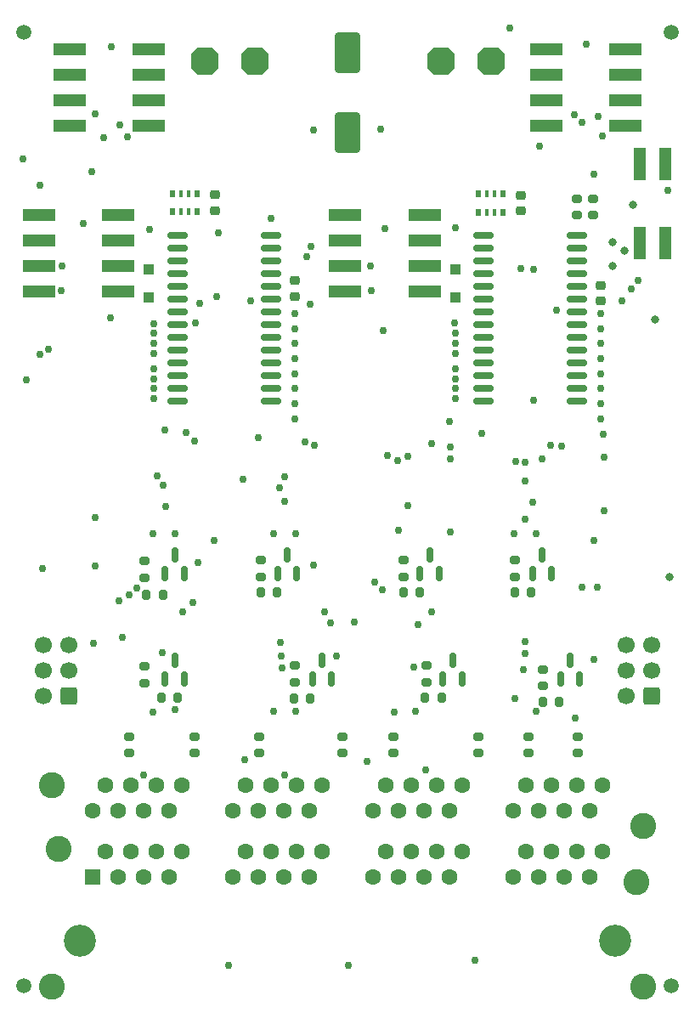
<source format=gbr>
%TF.GenerationSoftware,KiCad,Pcbnew,(6.0.0)*%
%TF.CreationDate,2022-08-06T01:14:48-04:00*%
%TF.ProjectId,security module,73656375-7269-4747-9920-6d6f64756c65,rev?*%
%TF.SameCoordinates,Original*%
%TF.FileFunction,Soldermask,Top*%
%TF.FilePolarity,Negative*%
%FSLAX46Y46*%
G04 Gerber Fmt 4.6, Leading zero omitted, Abs format (unit mm)*
G04 Created by KiCad (PCBNEW (6.0.0)) date 2022-08-06 01:14:48*
%MOMM*%
%LPD*%
G01*
G04 APERTURE LIST*
G04 Aperture macros list*
%AMRoundRect*
0 Rectangle with rounded corners*
0 $1 Rounding radius*
0 $2 $3 $4 $5 $6 $7 $8 $9 X,Y pos of 4 corners*
0 Add a 4 corners polygon primitive as box body*
4,1,4,$2,$3,$4,$5,$6,$7,$8,$9,$2,$3,0*
0 Add four circle primitives for the rounded corners*
1,1,$1+$1,$2,$3*
1,1,$1+$1,$4,$5*
1,1,$1+$1,$6,$7*
1,1,$1+$1,$8,$9*
0 Add four rect primitives between the rounded corners*
20,1,$1+$1,$2,$3,$4,$5,0*
20,1,$1+$1,$4,$5,$6,$7,0*
20,1,$1+$1,$6,$7,$8,$9,0*
20,1,$1+$1,$8,$9,$2,$3,0*%
%AMFreePoly0*
4,1,25,0.694719,1.352196,0.706842,1.341842,1.341842,0.706842,1.370349,0.650894,1.371600,0.635000,1.371600,-0.635000,1.352196,-0.694719,1.341842,-0.706842,0.706842,-1.341842,0.650894,-1.370349,0.635000,-1.371600,-0.635000,-1.371600,-0.694719,-1.352196,-0.706842,-1.341842,-1.341842,-0.706842,-1.370349,-0.650894,-1.371600,-0.635000,-1.371600,0.635000,-1.352196,0.694719,-1.341842,0.706842,
-0.706842,1.341842,-0.650894,1.370349,-0.635000,1.371600,0.635000,1.371600,0.694719,1.352196,0.694719,1.352196,$1*%
G04 Aperture macros list end*
%ADD10RoundRect,0.250000X0.600000X0.600000X-0.600000X0.600000X-0.600000X-0.600000X0.600000X-0.600000X0*%
%ADD11C,1.700000*%
%ADD12R,3.300000X1.200000*%
%ADD13RoundRect,0.200000X-0.275000X0.200000X-0.275000X-0.200000X0.275000X-0.200000X0.275000X0.200000X0*%
%ADD14RoundRect,0.150000X0.875000X0.150000X-0.875000X0.150000X-0.875000X-0.150000X0.875000X-0.150000X0*%
%ADD15FreePoly0,180.000000*%
%ADD16RoundRect,0.150000X0.150000X-0.587500X0.150000X0.587500X-0.150000X0.587500X-0.150000X-0.587500X0*%
%ADD17RoundRect,0.225000X0.250000X-0.225000X0.250000X0.225000X-0.250000X0.225000X-0.250000X-0.225000X0*%
%ADD18R,0.500000X0.800000*%
%ADD19R,0.400000X0.800000*%
%ADD20RoundRect,0.200000X0.200000X0.275000X-0.200000X0.275000X-0.200000X-0.275000X0.200000X-0.275000X0*%
%ADD21RoundRect,0.200000X0.275000X-0.200000X0.275000X0.200000X-0.275000X0.200000X-0.275000X-0.200000X0*%
%ADD22C,1.500000*%
%ADD23R,1.200000X3.300000*%
%ADD24RoundRect,0.250000X-1.000000X1.750000X-1.000000X-1.750000X1.000000X-1.750000X1.000000X1.750000X0*%
%ADD25RoundRect,0.225000X-0.250000X0.225000X-0.250000X-0.225000X0.250000X-0.225000X0.250000X0.225000X0*%
%ADD26C,3.200000*%
%ADD27RoundRect,0.101600X-0.700000X-0.700000X0.700000X-0.700000X0.700000X0.700000X-0.700000X0.700000X0*%
%ADD28C,1.603200*%
%ADD29C,2.603200*%
%ADD30R,1.100000X1.100000*%
%ADD31C,0.756400*%
%ADD32C,0.800000*%
G04 APERTURE END LIST*
D10*
%TO.C,J1*%
X85050000Y-88600000D03*
D11*
X82510000Y-88600000D03*
X85050000Y-86060000D03*
X82510000Y-86060000D03*
X85050000Y-83520000D03*
X82510000Y-83520000D03*
%TD*%
D12*
%TO.C,SW2*%
X62400000Y-48310000D03*
X62400000Y-45770000D03*
X62400000Y-43230000D03*
X62400000Y-40690000D03*
X54500000Y-40690000D03*
X54500000Y-43230000D03*
X54500000Y-45770000D03*
X54500000Y-48310000D03*
%TD*%
D13*
%TO.C,R25*%
X74200000Y-85975000D03*
X74200000Y-87625000D03*
%TD*%
D14*
%TO.C,U2*%
X77600000Y-59255000D03*
X77600000Y-57985000D03*
X77600000Y-56715000D03*
X77600000Y-55445000D03*
X77600000Y-54175000D03*
X77600000Y-52905000D03*
X77600000Y-51635000D03*
X77600000Y-50365000D03*
X77600000Y-49095000D03*
X77600000Y-47825000D03*
X77600000Y-46555000D03*
X77600000Y-45285000D03*
X77600000Y-44015000D03*
X77600000Y-42745000D03*
X68300000Y-42745000D03*
X68300000Y-44015000D03*
X68300000Y-45285000D03*
X68300000Y-46555000D03*
X68300000Y-47825000D03*
X68300000Y-49095000D03*
X68300000Y-50365000D03*
X68300000Y-51635000D03*
X68300000Y-52905000D03*
X68300000Y-54175000D03*
X68300000Y-55445000D03*
X68300000Y-56715000D03*
X68300000Y-57985000D03*
X68300000Y-59255000D03*
%TD*%
D15*
%TO.C,J4*%
X69000000Y-25400000D03*
X64000000Y-25400000D03*
%TD*%
D10*
%TO.C,J2*%
X26950000Y-88600000D03*
D11*
X24410000Y-88600000D03*
X26950000Y-86060000D03*
X24410000Y-86060000D03*
X26950000Y-83520000D03*
X24410000Y-83520000D03*
%TD*%
D16*
%TO.C,Q5*%
X61950000Y-76437500D03*
X63850000Y-76437500D03*
X62900000Y-74562500D03*
%TD*%
D13*
%TO.C,TH6*%
X67800000Y-92675000D03*
X67800000Y-94325000D03*
%TD*%
%TO.C,R31*%
X71400000Y-75075000D03*
X71400000Y-76725000D03*
%TD*%
D17*
%TO.C,C1*%
X41500000Y-40225000D03*
X41500000Y-38675000D03*
%TD*%
D13*
%TO.C,TH2*%
X39500000Y-92675000D03*
X39500000Y-94325000D03*
%TD*%
%TO.C,R29*%
X60300000Y-75075000D03*
X60300000Y-76725000D03*
%TD*%
D18*
%TO.C,RN1*%
X39700000Y-38550000D03*
D19*
X38900000Y-38550000D03*
X38100000Y-38550000D03*
D18*
X37300000Y-38550000D03*
X37300000Y-40350000D03*
D19*
X38100000Y-40350000D03*
X38900000Y-40350000D03*
D18*
X39700000Y-40350000D03*
%TD*%
D13*
%TO.C,TH4*%
X54200000Y-92675000D03*
X54200000Y-94325000D03*
%TD*%
D20*
%TO.C,R32*%
X73025000Y-78300000D03*
X71375000Y-78300000D03*
%TD*%
D13*
%TO.C,R21*%
X49500000Y-85575000D03*
X49500000Y-87225000D03*
%TD*%
D17*
%TO.C,C2*%
X72000000Y-40275000D03*
X72000000Y-38725000D03*
%TD*%
D13*
%TO.C,R33*%
X79200000Y-39080000D03*
X79200000Y-40730000D03*
%TD*%
D16*
%TO.C,Q6*%
X64250000Y-86937500D03*
X66150000Y-86937500D03*
X65200000Y-85062500D03*
%TD*%
D21*
%TO.C,TH5*%
X59300000Y-94325000D03*
X59300000Y-92675000D03*
%TD*%
D16*
%TO.C,Q2*%
X36550000Y-86937500D03*
X38450000Y-86937500D03*
X37500000Y-85062500D03*
%TD*%
D20*
%TO.C,R24*%
X64125000Y-88800000D03*
X62475000Y-88800000D03*
%TD*%
D22*
%TO.C,FID3*%
X87000000Y-117500000D03*
%TD*%
D20*
%TO.C,R2*%
X36325000Y-78500000D03*
X34675000Y-78500000D03*
%TD*%
%TO.C,R26*%
X75825000Y-89200000D03*
X74175000Y-89200000D03*
%TD*%
D23*
%TO.C,SW5*%
X86360000Y-35620000D03*
X83820000Y-35620000D03*
X83820000Y-43520000D03*
X86360000Y-43520000D03*
%TD*%
D24*
%TO.C,C5*%
X54750000Y-24500000D03*
X54750000Y-32500000D03*
%TD*%
D16*
%TO.C,Q4*%
X51250000Y-86937500D03*
X53150000Y-86937500D03*
X52200000Y-85062500D03*
%TD*%
D20*
%TO.C,R22*%
X51025000Y-88900000D03*
X49375000Y-88900000D03*
%TD*%
D12*
%TO.C,SW3*%
X74550000Y-24190000D03*
X74550000Y-26730000D03*
X74550000Y-29270000D03*
X74550000Y-31810000D03*
X82450000Y-31810000D03*
X82450000Y-29270000D03*
X82450000Y-26730000D03*
X82450000Y-24190000D03*
%TD*%
D21*
%TO.C,TH1*%
X33000000Y-94325000D03*
X33000000Y-92675000D03*
%TD*%
D13*
%TO.C,TH8*%
X77700000Y-92675000D03*
X77700000Y-94325000D03*
%TD*%
D20*
%TO.C,R30*%
X61925000Y-78300000D03*
X60275000Y-78300000D03*
%TD*%
D21*
%TO.C,TH7*%
X72800000Y-94325000D03*
X72800000Y-92675000D03*
%TD*%
D14*
%TO.C,U1*%
X47100000Y-59255000D03*
X47100000Y-57985000D03*
X47100000Y-56715000D03*
X47100000Y-55445000D03*
X47100000Y-54175000D03*
X47100000Y-52905000D03*
X47100000Y-51635000D03*
X47100000Y-50365000D03*
X47100000Y-49095000D03*
X47100000Y-47825000D03*
X47100000Y-46555000D03*
X47100000Y-45285000D03*
X47100000Y-44015000D03*
X47100000Y-42745000D03*
X37800000Y-42745000D03*
X37800000Y-44015000D03*
X37800000Y-45285000D03*
X37800000Y-46555000D03*
X37800000Y-47825000D03*
X37800000Y-49095000D03*
X37800000Y-50365000D03*
X37800000Y-51635000D03*
X37800000Y-52905000D03*
X37800000Y-54175000D03*
X37800000Y-55445000D03*
X37800000Y-56715000D03*
X37800000Y-57985000D03*
X37800000Y-59255000D03*
%TD*%
D18*
%TO.C,RN2*%
X70200000Y-38600000D03*
D19*
X69400000Y-38600000D03*
X68600000Y-38600000D03*
D18*
X67800000Y-38600000D03*
X67800000Y-40400000D03*
D19*
X68600000Y-40400000D03*
X69400000Y-40400000D03*
D18*
X70200000Y-40400000D03*
%TD*%
D25*
%TO.C,C4*%
X79950000Y-47725000D03*
X79950000Y-49275000D03*
%TD*%
D13*
%TO.C,R27*%
X46100000Y-75075000D03*
X46100000Y-76725000D03*
%TD*%
D16*
%TO.C,Q3*%
X47750000Y-76437500D03*
X49650000Y-76437500D03*
X48700000Y-74562500D03*
%TD*%
D13*
%TO.C,R1*%
X34500000Y-75175000D03*
X34500000Y-76825000D03*
%TD*%
D21*
%TO.C,TH3*%
X45900000Y-94325000D03*
X45900000Y-92675000D03*
%TD*%
D16*
%TO.C,Q1*%
X36550000Y-76437500D03*
X38450000Y-76437500D03*
X37500000Y-74562500D03*
%TD*%
D20*
%TO.C,R28*%
X47725000Y-78300000D03*
X46075000Y-78300000D03*
%TD*%
D22*
%TO.C,FID2*%
X87000000Y-22500000D03*
%TD*%
D13*
%TO.C,R23*%
X62600000Y-85575000D03*
X62600000Y-87225000D03*
%TD*%
D16*
%TO.C,Q7*%
X73150000Y-76437500D03*
X75050000Y-76437500D03*
X74100000Y-74562500D03*
%TD*%
D13*
%TO.C,R19*%
X34500000Y-85675000D03*
X34500000Y-87325000D03*
%TD*%
D20*
%TO.C,R20*%
X37825000Y-88800000D03*
X36175000Y-88800000D03*
%TD*%
D22*
%TO.C,FID1*%
X22500000Y-22500000D03*
%TD*%
D13*
%TO.C,R34*%
X77630000Y-39080000D03*
X77630000Y-40730000D03*
%TD*%
D15*
%TO.C,J3*%
X45500000Y-25400000D03*
X40500000Y-25400000D03*
%TD*%
D26*
%TO.C,RJ45-1*%
X81379992Y-112989996D03*
X28039992Y-112989996D03*
D27*
X29309992Y-106639996D03*
D28*
X30579992Y-104099996D03*
X31849992Y-106639996D03*
X33119992Y-104099996D03*
X34389992Y-106639996D03*
X35659992Y-104099996D03*
X36929992Y-106639996D03*
X38199992Y-104099996D03*
X43279992Y-106639996D03*
X44549992Y-104099996D03*
X45819992Y-106639996D03*
X47089992Y-104099996D03*
X48359992Y-106639996D03*
X49629992Y-104099996D03*
X50899992Y-106639996D03*
X52169992Y-104099996D03*
X57249992Y-106639996D03*
X58519992Y-104099996D03*
X59789992Y-106639996D03*
X61059992Y-104099996D03*
X62329992Y-106639996D03*
X63599992Y-104099996D03*
X64869992Y-106639996D03*
X66139992Y-104099996D03*
X71219992Y-106639996D03*
X72489992Y-104099996D03*
X73759992Y-106639996D03*
X75029992Y-104099996D03*
X76299992Y-106639996D03*
X77569992Y-104099996D03*
X78839992Y-106639996D03*
X80109992Y-104099996D03*
X38199992Y-97499996D03*
X36929992Y-100039996D03*
X35659992Y-97499996D03*
X34389992Y-100039996D03*
X33119992Y-97499996D03*
X31849992Y-100039996D03*
X30579992Y-97499996D03*
X29309992Y-100039996D03*
X52169992Y-97499996D03*
X50899992Y-100039996D03*
X49629992Y-97499996D03*
X48359992Y-100039996D03*
X47089992Y-97499996D03*
X45819992Y-100039996D03*
X44549992Y-97499996D03*
X43279992Y-100039996D03*
X66139992Y-97499996D03*
X64869992Y-100039996D03*
X63599992Y-97499996D03*
X62329992Y-100039996D03*
X61059992Y-97499996D03*
X59789992Y-100039996D03*
X58519992Y-97499996D03*
X57249992Y-100039996D03*
X80109992Y-97499996D03*
X78839992Y-100039996D03*
X77569992Y-97499996D03*
X76299992Y-100039996D03*
X75029992Y-97499996D03*
X73759992Y-100039996D03*
X72489992Y-97499996D03*
X71219992Y-100039996D03*
D29*
X25914992Y-103839996D03*
X25249992Y-97499996D03*
X84169992Y-101559996D03*
X83504992Y-107139996D03*
X84169992Y-117559996D03*
X25249992Y-117559996D03*
%TD*%
D12*
%TO.C,SW1*%
X31900000Y-48310000D03*
X31900000Y-45770000D03*
X31900000Y-43230000D03*
X31900000Y-40690000D03*
X24000000Y-40690000D03*
X24000000Y-43230000D03*
X24000000Y-45770000D03*
X24000000Y-48310000D03*
%TD*%
D22*
%TO.C,FID4*%
X22500000Y-117500000D03*
%TD*%
D16*
%TO.C,Q8*%
X75950000Y-86937500D03*
X77850000Y-86937500D03*
X76900000Y-85062500D03*
%TD*%
D12*
%TO.C,SW4*%
X27050000Y-24190000D03*
X27050000Y-26730000D03*
X27050000Y-29270000D03*
X27050000Y-31810000D03*
X34950000Y-31810000D03*
X34950000Y-29270000D03*
X34950000Y-26730000D03*
X34950000Y-24190000D03*
%TD*%
D30*
%TO.C,D1*%
X34950000Y-48900000D03*
X34950000Y-46100000D03*
%TD*%
D25*
%TO.C,C3*%
X49450000Y-47225000D03*
X49450000Y-48775000D03*
%TD*%
D30*
%TO.C,D2*%
X65450000Y-48900000D03*
X65450000Y-46100000D03*
%TD*%
D31*
X86645000Y-38200000D03*
X39565000Y-51415000D03*
D32*
X86845000Y-76750000D03*
D31*
X45860000Y-62900000D03*
X78560000Y-23695000D03*
X44500000Y-94990000D03*
X73900000Y-33800000D03*
X63125000Y-63465000D03*
X31110000Y-50955000D03*
X65500000Y-42000000D03*
X67465000Y-114935000D03*
X58730000Y-64690000D03*
X53650000Y-84630000D03*
X29545000Y-75680000D03*
X29255000Y-36335000D03*
X41900000Y-42500000D03*
X31190000Y-23890000D03*
X45050000Y-49215000D03*
X28355000Y-41560000D03*
X42840000Y-115490000D03*
X58470000Y-42020000D03*
X36495000Y-62125000D03*
X54805000Y-115420000D03*
X58300000Y-52200000D03*
X70920000Y-22050000D03*
X82035000Y-49230000D03*
X47100000Y-41000000D03*
X55390000Y-81250000D03*
X29555000Y-70870000D03*
X79240000Y-36600000D03*
X79270000Y-84940000D03*
X35000000Y-42100000D03*
X22350000Y-35125000D03*
X74150000Y-65015000D03*
X51320000Y-32245000D03*
D32*
X82335000Y-44205000D03*
D31*
X58055000Y-32150000D03*
X22700000Y-57100000D03*
X32325000Y-82740000D03*
X64865000Y-61230000D03*
X73290000Y-59140000D03*
X79285000Y-73120000D03*
X56710000Y-95100000D03*
X41425000Y-73120000D03*
D32*
X85410000Y-51115000D03*
D31*
X29395000Y-83355000D03*
X75555000Y-50170000D03*
X57000000Y-45800000D03*
X26300000Y-45800000D03*
D32*
X83200000Y-39695000D03*
D31*
X51000000Y-49600000D03*
X36600000Y-69767731D03*
X72275000Y-85975000D03*
X39840687Y-75334313D03*
X51300000Y-75575000D03*
X61300000Y-85700000D03*
X48200000Y-85787311D03*
X60700000Y-69667731D03*
X48500000Y-69200000D03*
X36275000Y-84325000D03*
X73215000Y-69280000D03*
X37536820Y-90000000D03*
X35369100Y-90256400D03*
X37536820Y-72400000D03*
X35350000Y-72400000D03*
X49536820Y-90100000D03*
X47369100Y-90175152D03*
X49536820Y-72400000D03*
X47350000Y-72400000D03*
X61536820Y-90100000D03*
X59369100Y-90200000D03*
X65010000Y-72310000D03*
X59805000Y-72065000D03*
X73536820Y-90117508D03*
X71369100Y-88888443D03*
X73536820Y-72400000D03*
X71350000Y-72400000D03*
X82975000Y-48080000D03*
D32*
X81106250Y-45808750D03*
D31*
X50621800Y-44815900D03*
D32*
X81135000Y-43405000D03*
D31*
X24900000Y-54100000D03*
X24089397Y-54606627D03*
X51100000Y-43800000D03*
X83700000Y-47190000D03*
X57100000Y-48200000D03*
X26200000Y-48200000D03*
X49450000Y-58000000D03*
X48050000Y-83300000D03*
X48150000Y-84600000D03*
X49450000Y-56500000D03*
X52413180Y-80248356D03*
X49450000Y-61000000D03*
X53019100Y-81300000D03*
X49450000Y-59500000D03*
X79950000Y-58000000D03*
X72444100Y-83200000D03*
X72444100Y-84400000D03*
X79950000Y-56500000D03*
X79950000Y-61000000D03*
X78095000Y-77815000D03*
X79586230Y-77761230D03*
X79950000Y-59500000D03*
X48444100Y-66800000D03*
X49450000Y-52000000D03*
X47950000Y-67900000D03*
X49450000Y-50500000D03*
X49450000Y-55000000D03*
X50500000Y-63300011D03*
X49450000Y-53500000D03*
X51395043Y-63635640D03*
X72444100Y-65360000D03*
X79950000Y-52000000D03*
X79950000Y-50500000D03*
X71470000Y-65240000D03*
X76050000Y-63700000D03*
X79950000Y-55000000D03*
X74950000Y-63600000D03*
X79950000Y-53500000D03*
X31936393Y-79090753D03*
X35450000Y-53500000D03*
X33000000Y-78500000D03*
X35450000Y-54500000D03*
X35450000Y-51500000D03*
X39300000Y-79300000D03*
X35450000Y-52500000D03*
X38280900Y-80200000D03*
X65450000Y-53500000D03*
X57472820Y-77227180D03*
X58200000Y-78000000D03*
X65450000Y-54500000D03*
X65397820Y-51447820D03*
X61780900Y-81500000D03*
X63102180Y-80202180D03*
X65450000Y-52500000D03*
X35750000Y-66700000D03*
X35450000Y-58000000D03*
X36350000Y-67600000D03*
X35450000Y-59000000D03*
X38600000Y-62400000D03*
X35450000Y-56000000D03*
X35450000Y-57000000D03*
X39500000Y-63180900D03*
X59750011Y-65180000D03*
X65450000Y-58000000D03*
X60779100Y-64775000D03*
X65450000Y-59000000D03*
X64950000Y-63800000D03*
X65450000Y-56000000D03*
X65450000Y-57000000D03*
X64950000Y-65000000D03*
X29617559Y-30600000D03*
X24100000Y-37700000D03*
X33725775Y-77877907D03*
X34400000Y-96500000D03*
X24300000Y-75900000D03*
X30398459Y-32949229D03*
X41700000Y-48800000D03*
X44300000Y-67000000D03*
X32019100Y-31700000D03*
X40015000Y-49510000D03*
X32800000Y-32900000D03*
X48440000Y-96475000D03*
X73300000Y-46100000D03*
X68130130Y-62439230D03*
X78100000Y-31500000D03*
X62500000Y-96000000D03*
X80280000Y-70140000D03*
X80100000Y-32800000D03*
X77435000Y-90845000D03*
X80284700Y-64810000D03*
X72000000Y-46000000D03*
X77319100Y-30712892D03*
X72450000Y-71005000D03*
X80190000Y-62545000D03*
X72430000Y-67155000D03*
X79719100Y-30900000D03*
M02*

</source>
